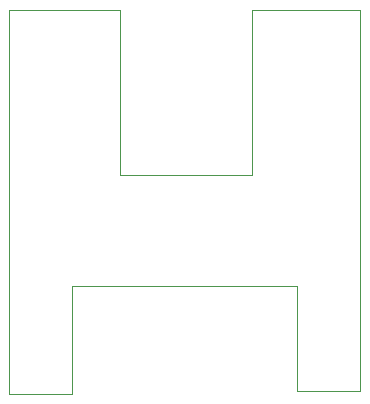
<source format=gbr>
%TF.GenerationSoftware,KiCad,Pcbnew,7.0.10*%
%TF.CreationDate,2024-05-25T00:15:11+05:30*%
%TF.ProjectId,bb-adaptor-V1,62622d61-6461-4707-946f-722d56312e6b,rev?*%
%TF.SameCoordinates,Original*%
%TF.FileFunction,Profile,NP*%
%FSLAX46Y46*%
G04 Gerber Fmt 4.6, Leading zero omitted, Abs format (unit mm)*
G04 Created by KiCad (PCBNEW 7.0.10) date 2024-05-25 00:15:11*
%MOMM*%
%LPD*%
G01*
G04 APERTURE LIST*
%TA.AperFunction,Profile*%
%ADD10C,0.100000*%
%TD*%
G04 APERTURE END LIST*
D10*
X140716000Y-105410000D02*
X140716000Y-72898000D01*
X146050000Y-105410000D02*
X140716000Y-105410000D01*
X170434000Y-72898000D02*
X170434000Y-105156000D01*
X165100000Y-96266000D02*
X146050000Y-96266000D01*
X150114000Y-86868000D02*
X161290000Y-86868000D01*
X146050000Y-96266000D02*
X146050000Y-105410000D01*
X165100000Y-105156000D02*
X165100000Y-96266000D01*
X170434000Y-105156000D02*
X165100000Y-105156000D01*
X161290000Y-86868000D02*
X161290000Y-72898000D01*
X161290000Y-72898000D02*
X170434000Y-72898000D01*
X140716000Y-72898000D02*
X150114000Y-72898000D01*
X150114000Y-72898000D02*
X150114000Y-86868000D01*
M02*

</source>
